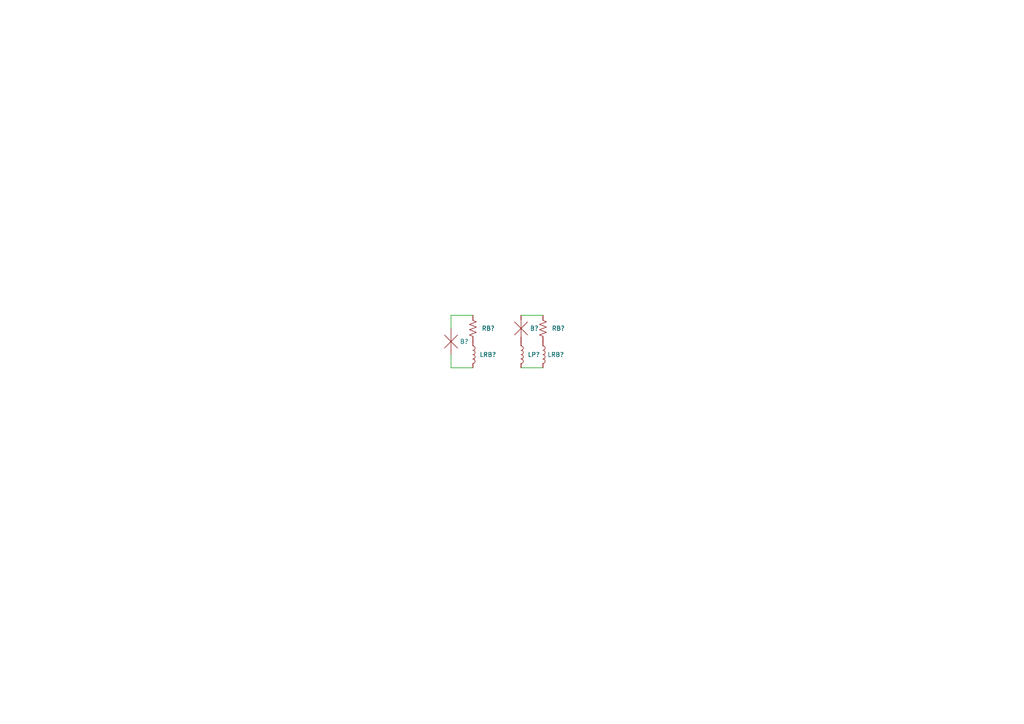
<source format=kicad_sch>
(kicad_sch (version 20211123) (generator eeschema)
  (paper "A4")
  (lib_symbols
    (symbol "Inductor_2" (pin_numbers hide) (pin_names (offset 1.016) hide)
      (property "Reference" "L" (at 0 2.032 0))
      (symbol "Inductor_2_0_1"
        (arc (start -1.27 0) (mid -1.905 0.635) (end -2.54 0))
        (arc (start 0 0) (mid -0.635 0.635) (end -1.27 0))
        (arc (start 1.27 0) (mid 0.635 0.635) (end 0 0))
        (arc (start 2.54 0) (mid 1.905 0.635) (end 1.27 0))
      )
      (symbol "Inductor_2_1_1"
        (pin passive line (at -3.81 0 0) (length 1.27) (name "1") (number "1"))
        (pin passive line (at 3.81 0 180) (length 1.27) (name "2") (number "2"))
      )
    )
    (symbol "Superconductors:Resistor" (pin_numbers hide) (pin_names (offset 0))
      (property "Reference" "R" (at 2.54 0 90))
      (symbol "Resistor_0_1"
        (polyline (pts (xy 0 -2.286) (xy 0 -2.54)))
        (polyline (pts (xy 0 2.286) (xy 0 2.54)))
        (polyline (pts (xy 0 -0.762) (xy 1.016 -1.143) (xy 0 -1.524) (xy -1.016 -1.905) (xy 0 -2.286)))
        (polyline (pts (xy 0 0.762) (xy 1.016 0.381) (xy 0 0) (xy -1.016 -0.381) (xy 0 -0.762)))
        (polyline (pts (xy 0 2.286) (xy 1.016 1.905) (xy 0 1.524) (xy -1.016 1.143) (xy 0 0.762)))
      )
      (symbol "Resistor_1_1"
        (pin passive line (at 0 3.81 270) (length 1.27) (name "~") (number "1"))
        (pin passive line (at 0 -3.81 90) (length 1.27) (name "~") (number "2"))
      )
    )
    (symbol "Superconductors:jjmit" (pin_numbers hide) (pin_names (offset 0))
      (property "Reference" "B" (at 3.175 0 90))
      (property "Value" "jjmit" (at -3.175 0 90))
      (symbol "jjmit_0_1"
        (polyline (pts (xy -1.905 -1.905) (xy 1.905 1.905)))
        (polyline (pts (xy -1.905 1.905) (xy 1.905 -1.905)))
        (polyline (pts (xy 0 -2.54) (xy 0 2.54)))
      )
      (symbol "jjmit_1_1"
        (pin passive line (at 0 3.81 270) (length 1.27) (name "~") (number "1"))
        (pin passive line (at 0 -3.81 90) (length 1.27) (name "~") (number "2"))
      )
    )
  )
  (wire (pts (xy 130.81 91.44) (xy 137.16 91.44)))
  (wire (pts (xy 130.81 106.68) (xy 137.16 106.68)))
  (wire (pts (xy 151.13 106.68) (xy 157.48 106.68)))
  (wire (pts (xy 130.81 102.87) (xy 130.81 106.68)))
  (wire (pts (xy 151.13 91.44) (xy 157.48 91.44)))
  (wire (pts (xy 130.81 91.44) (xy 130.81 95.25)))
  (symbol (lib_id "Superconductors:Resistor") (at 137.16 95.25 0) (unit 1)
    (property "Reference" "RB?" (at 139.7 95.2499 0) (effects (justify left)))
    (property "Value" "Resistor" (effects hide))
  )
  (symbol (lib_id "Superconductors:Resistor") (at 157.48 95.25 0) (unit 1)
    (property "Reference" "RB?" (at 160.02 95.2499 0) (effects (justify left)))
    (property "Value" "Resistor" (effects hide))
  )
  (symbol (lib_name "Inductor_2") (lib_id "Superconductors:Inductor") (at 157.48 102.87 270) (unit 1)
    (property "Reference" "LRB?" (at 158.75 102.8699 90) (effects (justify left)))
    (property "Value" "Inductor" (effects hide))
  )
  (symbol (lib_id "Superconductors:jjmit") (at 130.81 99.06 180) (unit 1)
    (property "Reference" "B?" (at 133.35 99.0599 0) (effects (justify right)))
    (property "Value" "jjmit" (effects hide))
  )
  (symbol (lib_name "Inductor_2") (lib_id "Superconductors:Inductor") (at 151.13 102.87 270) (unit 1)
    (property "Reference" "LP?" (at 153.035 102.8699 90) (effects (justify left)))
    (property "Value" "Inductor" (effects hide))
  )
  (symbol (lib_id "Superconductors:jjmit") (at 151.13 95.25 180) (unit 1)
    (property "Reference" "B?" (at 153.67 95.2499 0) (effects (justify right)))
    (property "Value" "jjmit" (effects hide))
  )
  (symbol (lib_name "Inductor_2") (lib_id "Superconductors:Inductor") (at 137.16 102.87 270) (unit 1)
    (property "Reference" "LRB?" (at 139.065 102.8699 90) (effects (justify left)))
    (property "Value" "Inductor" (effects hide))
  )
)
</source>
